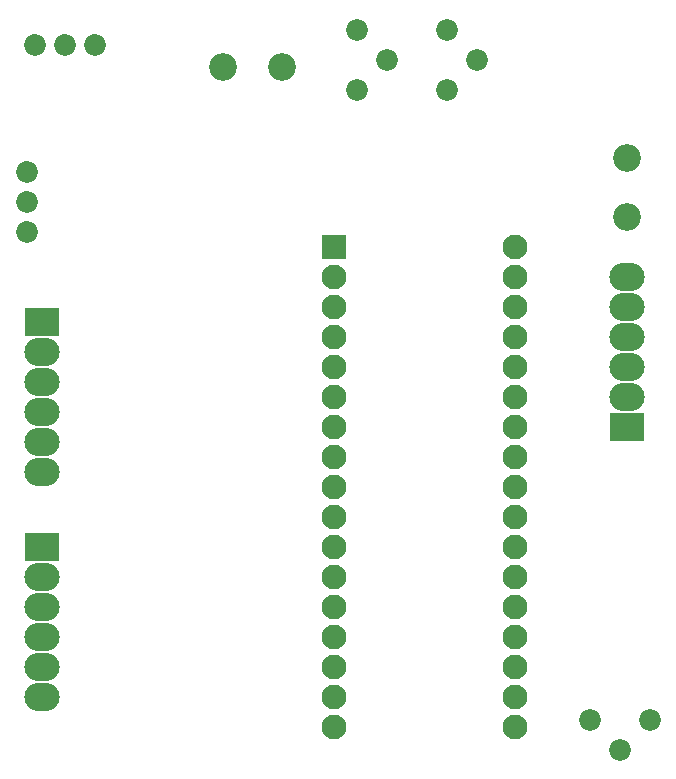
<source format=gbr>
G04 #@! TF.FileFunction,Soldermask,Bot*
%FSLAX46Y46*%
G04 Gerber Fmt 4.6, Leading zero omitted, Abs format (unit mm)*
G04 Created by KiCad (PCBNEW 4.0.7+dfsg1-1ubuntu2) date Fri Sep 14 12:00:24 2018*
%MOMM*%
%LPD*%
G01*
G04 APERTURE LIST*
%ADD10C,0.100000*%
%ADD11C,2.100000*%
%ADD12R,2.100000X2.100000*%
%ADD13R,3.000000X2.400000*%
%ADD14O,3.000000X2.400000*%
%ADD15C,2.350000*%
%ADD16C,1.840000*%
%ADD17C,1.850000*%
G04 APERTURE END LIST*
D10*
D11*
X132715000Y-107950000D03*
X132715000Y-110490000D03*
X132715000Y-113030000D03*
X132715000Y-115570000D03*
X132715000Y-118110000D03*
X132715000Y-120650000D03*
X132715000Y-123190000D03*
X132715000Y-125730000D03*
X132715000Y-128270000D03*
X132715000Y-130810000D03*
X132715000Y-133350000D03*
X132715000Y-135890000D03*
X132715000Y-138430000D03*
X132715000Y-140970000D03*
X132715000Y-143510000D03*
X132715000Y-146050000D03*
X132715000Y-148590000D03*
D12*
X117459000Y-107950000D03*
D11*
X117459000Y-110490000D03*
X117459000Y-113030000D03*
X117459000Y-115570000D03*
X117459000Y-118110000D03*
X117459000Y-120650000D03*
X117459000Y-123190000D03*
X117459000Y-125730000D03*
X117459000Y-128270000D03*
X117459000Y-130810000D03*
X117459000Y-133350000D03*
X117459000Y-135890000D03*
X117459000Y-138430000D03*
X117459000Y-140970000D03*
X117459000Y-143510000D03*
X117459000Y-146050000D03*
X117459000Y-148590000D03*
D13*
X92710000Y-114300000D03*
D14*
X92710000Y-116840000D03*
X92710000Y-119380000D03*
X92710000Y-121920000D03*
X92710000Y-124460000D03*
X92710000Y-127000000D03*
D13*
X92710000Y-133350000D03*
D14*
X92710000Y-135890000D03*
X92710000Y-138430000D03*
X92710000Y-140970000D03*
X92710000Y-143510000D03*
X92710000Y-146050000D03*
D15*
X112990000Y-92710000D03*
X107990000Y-92710000D03*
D13*
X142240000Y-123190000D03*
D14*
X142240000Y-120650000D03*
X142240000Y-118110000D03*
X142240000Y-115570000D03*
X142240000Y-113030000D03*
X142240000Y-110490000D03*
D16*
X127000000Y-94615000D03*
X129540000Y-92075000D03*
X127000000Y-89535000D03*
X119380000Y-94615000D03*
X121920000Y-92075000D03*
X119380000Y-89535000D03*
D15*
X142240000Y-105370000D03*
X142240000Y-100370000D03*
D16*
X139065000Y-147955000D03*
X141605000Y-150495000D03*
X144145000Y-147955000D03*
D17*
X91440000Y-104140000D03*
X91440000Y-101600000D03*
X91440000Y-106680000D03*
X94615000Y-90805000D03*
X97155000Y-90805000D03*
X92075000Y-90805000D03*
M02*

</source>
